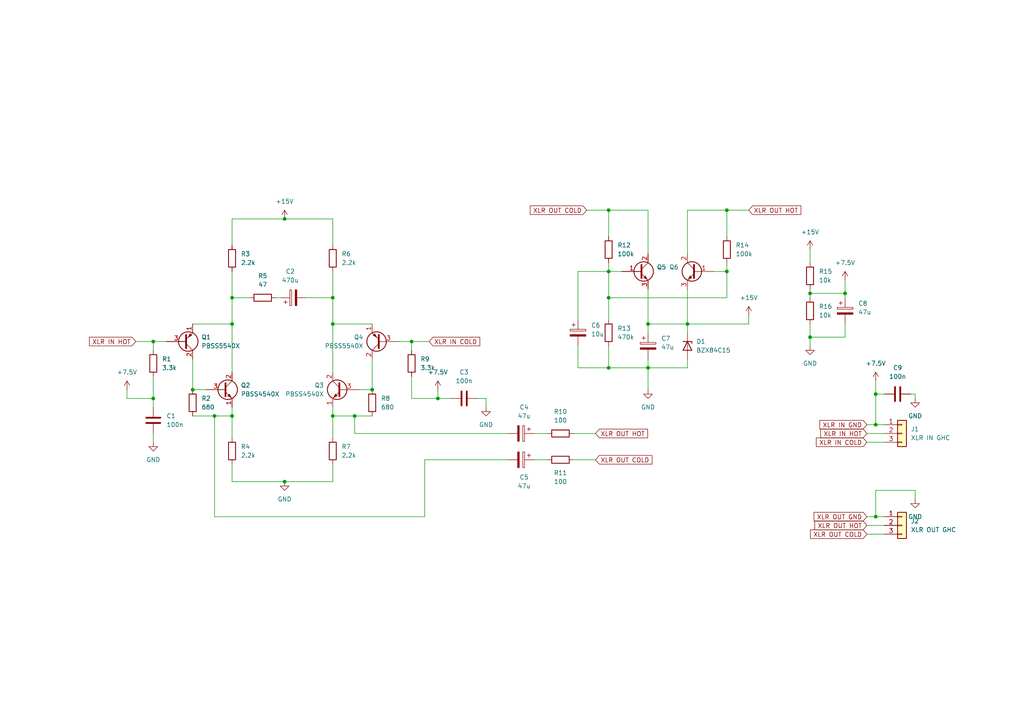
<source format=kicad_sch>
(kicad_sch (version 20211123) (generator eeschema)
  (paper "A4")
  (lib_symbols
    (symbol "Connector_Generic:Conn_01x03" (pin_names (offset 1.016) hide)
      (property "Reference" "J" (at 0 5.08 0))
      (property "Value" "Conn_01x03" (at 0 -5.08 0))
      (symbol "Conn_01x03_1_1"
        (rectangle (start -1.27 -2.413) (end 0 -2.667) (stroke (width 0.1524)))
        (rectangle (start -1.27 0.127) (end 0 -0.127) (stroke (width 0.1524)))
        (rectangle (start -1.27 2.667) (end 0 2.413) (stroke (width 0.1524)))
        (rectangle (start -1.27 3.81) (end 1.27 -3.81) (stroke (width 0.254)) (fill (type background)))
        (pin passive line (at -5.08 2.54 0) (length 3.81) (name "Pin_1") (number "1"))
        (pin passive line (at -5.08 0 0) (length 3.81) (name "Pin_2") (number "2"))
        (pin passive line (at -5.08 -2.54 0) (length 3.81) (name "Pin_3") (number "3"))
      )
    )
    (symbol "Device:C" (pin_numbers hide) (pin_names (offset 0.254))
      (property "Reference" "C" (at 0.635 2.54 0))
      (property "Value" "C" (at 0.635 -2.54 0))
      (symbol "C_0_1"
        (polyline (pts (xy -2.032 -0.762) (xy 2.032 -0.762)) (stroke (width 0.508)))
        (polyline (pts (xy -2.032 0.762) (xy 2.032 0.762)) (stroke (width 0.508)))
      )
      (symbol "C_1_1"
        (pin passive line (at 0 3.81 270) (length 2.794) (name "~") (number "1"))
        (pin passive line (at 0 -3.81 90) (length 2.794) (name "~") (number "2"))
      )
    )
    (symbol "Device:C_Polarized" (pin_numbers hide) (pin_names (offset 0.254))
      (property "Reference" "C" (at 0.635 2.54 0))
      (property "Value" "C_Polarized" (at 0.635 -2.54 0))
      (symbol "C_Polarized_0_1"
        (rectangle (start -2.286 0.508) (end 2.286 1.016))
        (polyline (pts (xy -1.778 2.286) (xy -0.762 2.286)))
        (polyline (pts (xy -1.27 2.794) (xy -1.27 1.778)))
        (rectangle (start 2.286 -0.508) (end -2.286 -1.016) (fill (type outline)))
      )
      (symbol "C_Polarized_1_1"
        (pin passive line (at 0 3.81 270) (length 2.794) (name "~") (number "1"))
        (pin passive line (at 0 -3.81 90) (length 2.794) (name "~") (number "2"))
      )
    )
    (symbol "Device:Q_NPN_BCE" (pin_names (offset 0) hide)
      (property "Reference" "Q?" (at 5.08 1.2701 0))
      (property "Value" "Q_NPN_BCE" (at 5.08 -1.2699 0))
      (symbol "Q_NPN_BCE_0_1"
        (polyline (pts (xy 0.635 0.635) (xy 2.54 2.54)))
        (polyline (pts (xy 0.635 -0.635) (xy 2.54 -2.54) (xy 2.54 -2.54)))
        (polyline (pts (xy 0.635 1.905) (xy 0.635 -1.905) (xy 0.635 -1.905)) (stroke (width 0.508)))
        (polyline (pts (xy 1.27 -1.778) (xy 1.778 -1.27) (xy 2.286 -2.286) (xy 1.27 -1.778) (xy 1.27 -1.778)) (fill (type outline)))
        (circle (center 1.27 0) (radius 2.8194) (stroke (width 0.254)))
      )
      (symbol "Q_NPN_BCE_1_1"
        (pin passive line (at 2.54 -5.08 90) (length 2.54) (name "E") (number "1"))
        (pin passive line (at 2.54 5.08 270) (length 2.54) (name "C") (number "2"))
        (pin input line (at -5.08 0 0) (length 5.715) (name "B") (number "3"))
      )
    )
    (symbol "Device:Q_PNP_ECB" (pin_names (offset 0) hide)
      (property "Reference" "Q" (at 5.08 1.27 0))
      (property "Value" "Q_PNP_ECB" (at 5.08 -1.27 0))
      (symbol "Q_PNP_ECB_0_1"
        (polyline (pts (xy 0.635 0.635) (xy 2.54 2.54)))
        (polyline (pts (xy 0.635 -0.635) (xy 2.54 -2.54) (xy 2.54 -2.54)))
        (polyline (pts (xy 0.635 1.905) (xy 0.635 -1.905) (xy 0.635 -1.905)) (stroke (width 0.508)))
        (polyline (pts (xy 2.286 -1.778) (xy 1.778 -2.286) (xy 1.27 -1.27) (xy 2.286 -1.778) (xy 2.286 -1.778)) (fill (type outline)))
        (circle (center 1.27 0) (radius 2.8194) (stroke (width 0.254)))
      )
      (symbol "Q_PNP_ECB_1_1"
        (pin passive line (at 2.54 -5.08 90) (length 2.54) (name "E") (number "1"))
        (pin passive line (at 2.54 5.08 270) (length 2.54) (name "C") (number "2"))
        (pin input line (at -5.08 0 0) (length 5.715) (name "B") (number "3"))
      )
    )
    (symbol "Device:R" (pin_numbers hide) (pin_names (offset 0))
      (property "Reference" "R" (at 2.032 0 90))
      (property "Value" "R" (at 0 0 90))
      (symbol "R_0_1"
        (rectangle (start -1.016 -2.54) (end 1.016 2.54) (stroke (width 0.254)))
      )
      (symbol "R_1_1"
        (pin passive line (at 0 3.81 270) (length 1.27) (name "~") (number "1"))
        (pin passive line (at 0 -3.81 90) (length 1.27) (name "~") (number "2"))
      )
    )
    (symbol "Diode:BZX84Cxx" (pin_numbers hide) (pin_names (offset 1.016) hide)
      (property "Reference" "D" (at 0 2.54 0))
      (property "Value" "BZX84Cxx" (at 0 -2.54 0))
      (symbol "BZX84Cxx_0_1"
        (polyline (pts (xy 1.27 0) (xy -1.27 0)))
        (polyline (pts (xy -1.27 -1.27) (xy -1.27 1.27) (xy -0.762 1.27)) (stroke (width 0.254)))
        (polyline (pts (xy 1.27 -1.27) (xy 1.27 1.27) (xy -1.27 0) (xy 1.27 -1.27)) (stroke (width 0.254)))
      )
      (symbol "BZX84Cxx_1_1"
        (pin passive line (at -3.81 0 0) (length 2.54) (name "K") (number "1"))
        (pin passive line (at 3.81 0 180) (length 2.54) (name "A") (number "2"))
      )
    )
    (symbol "Q_NPN_BCE_1" (pin_names (offset 0) hide)
      (property "Reference" "Q" (at 5.08 1.27 0))
      (property "Value" "Q_NPN_BCE_1" (at 5.08 -1.27 0))
      (symbol "Q_NPN_BCE_1_0_1"
        (polyline (pts (xy 0.635 0.635) (xy 2.54 2.54)))
        (polyline (pts (xy 0.635 -0.635) (xy 2.54 -2.54) (xy 2.54 -2.54)))
        (polyline (pts (xy 0.635 1.905) (xy 0.635 -1.905) (xy 0.635 -1.905)) (stroke (width 0.508)))
        (polyline (pts (xy 1.27 -1.778) (xy 1.778 -1.27) (xy 2.286 -2.286) (xy 1.27 -1.778) (xy 1.27 -1.778)) (fill (type outline)))
        (circle (center 1.27 0) (radius 2.8194) (stroke (width 0.254)))
      )
      (symbol "Q_NPN_BCE_1_1_1"
        (pin input line (at -5.08 0 0) (length 5.715) (name "B") (number "1"))
        (pin passive line (at 2.54 5.08 270) (length 2.54) (name "C") (number "2"))
        (pin passive line (at 2.54 -5.08 90) (length 2.54) (name "E") (number "3"))
      )
    )
    (symbol "power:+15V" (power) (pin_names (offset 0))
      (property "Value" "+15V" (at 0 3.556 0))
      (symbol "+15V_0_1"
        (polyline (pts (xy -0.762 1.27) (xy 0 2.54)))
        (polyline (pts (xy 0 0) (xy 0 2.54)))
        (polyline (pts (xy 0 2.54) (xy 0.762 1.27)))
      )
      (symbol "+15V_1_1"
        (pin power_in line (at 0 0 90) (length 0) hide (name "+15V") (number "1"))
      )
    )
    (symbol "power:+7.5V" (power) (pin_names (offset 0))
      (property "Value" "+7.5V" (at 0 3.556 0))
      (symbol "+7.5V_0_1"
        (polyline (pts (xy -0.762 1.27) (xy 0 2.54)))
        (polyline (pts (xy 0 0) (xy 0 2.54)))
        (polyline (pts (xy 0 2.54) (xy 0.762 1.27)))
      )
      (symbol "+7.5V_1_1"
        (pin power_in line (at 0 0 90) (length 0) hide (name "+7.5V") (number "1"))
      )
    )
    (symbol "power:GND" (power) (pin_names (offset 0))
      (property "Value" "GND" (at 0 -3.81 0))
      (symbol "GND_0_1"
        (polyline (pts (xy 0 0) (xy 0 -1.27) (xy 1.27 -1.27) (xy 0 -2.54) (xy -1.27 -1.27) (xy 0 -1.27)))
      )
      (symbol "GND_1_1"
        (pin power_in line (at 0 0 270) (length 0) hide (name "GND") (number "1"))
      )
    )
  )
  (junction (at 55.88 113.03))
  (junction (at 176.53 86.36))
  (junction (at 176.53 106.68))
  (junction (at 96.52 93.98))
  (junction (at 62.23 120.65))
  (junction (at 96.52 120.65))
  (junction (at 176.53 78.74))
  (junction (at 96.52 86.36))
  (junction (at 102.87 120.65))
  (junction (at 82.55 139.7))
  (junction (at 107.95 113.03))
  (junction (at 82.55 63.5))
  (junction (at 254 114.3))
  (junction (at 210.82 78.74))
  (junction (at 245.11 85.09))
  (junction (at 67.31 120.65))
  (junction (at 254 149.86))
  (junction (at 210.82 60.96))
  (junction (at 127 115.57))
  (junction (at 44.45 99.06))
  (junction (at 254 123.19))
  (junction (at 67.31 86.36))
  (junction (at 119.38 99.06))
  (junction (at 187.96 106.68))
  (junction (at 187.96 93.98))
  (junction (at 234.95 85.09))
  (junction (at 234.95 97.79))
  (junction (at 44.45 115.57))
  (junction (at 67.31 93.98))
  (junction (at 176.53 60.96))
  (junction (at 199.39 93.98))
  (wire (pts (xy 254 110.49) (xy 254 114.3)))
  (wire (pts (xy 138.43 115.57) (xy 140.97 115.57)))
  (wire (pts (xy 251.46 123.19) (xy 254 123.19)))
  (wire (pts (xy 187.96 106.68) (xy 187.96 113.03)))
  (wire (pts (xy 187.96 60.96) (xy 176.53 60.96)))
  (wire (pts (xy 251.46 154.94) (xy 256.54 154.94)))
  (wire (pts (xy 44.45 115.57) (xy 44.45 118.11)))
  (wire (pts (xy 245.11 85.09) (xy 245.11 86.36)))
  (wire (pts (xy 180.34 78.74) (xy 176.53 78.74)))
  (wire (pts (xy 234.95 93.98) (xy 234.95 97.79)))
  (wire (pts (xy 199.39 93.98) (xy 199.39 96.52)))
  (wire (pts (xy 96.52 93.98) (xy 96.52 107.95)))
  (wire (pts (xy 96.52 118.11) (xy 96.52 120.65)))
  (wire (pts (xy 67.31 63.5) (xy 82.55 63.5)))
  (wire (pts (xy 210.82 78.74) (xy 210.82 86.36)))
  (wire (pts (xy 115.57 99.06) (xy 119.38 99.06)))
  (wire (pts (xy 127 113.03) (xy 127 115.57)))
  (wire (pts (xy 67.31 120.65) (xy 62.23 120.65)))
  (wire (pts (xy 107.95 93.98) (xy 96.52 93.98)))
  (wire (pts (xy 55.88 104.14) (xy 55.88 113.03)))
  (wire (pts (xy 234.95 85.09) (xy 234.95 86.36)))
  (wire (pts (xy 176.53 86.36) (xy 176.53 92.71)))
  (wire (pts (xy 80.01 86.36) (xy 81.28 86.36)))
  (wire (pts (xy 67.31 86.36) (xy 67.31 93.98)))
  (wire (pts (xy 119.38 115.57) (xy 127 115.57)))
  (wire (pts (xy 245.11 93.98) (xy 245.11 97.79)))
  (wire (pts (xy 245.11 97.79) (xy 234.95 97.79)))
  (wire (pts (xy 123.19 133.35) (xy 147.32 133.35)))
  (wire (pts (xy 265.43 142.24) (xy 265.43 144.78)))
  (wire (pts (xy 96.52 63.5) (xy 82.55 63.5)))
  (wire (pts (xy 67.31 118.11) (xy 67.31 120.65)))
  (wire (pts (xy 167.64 106.68) (xy 176.53 106.68)))
  (wire (pts (xy 187.96 83.82) (xy 187.96 93.98)))
  (wire (pts (xy 166.37 125.73) (xy 172.72 125.73)))
  (wire (pts (xy 96.52 120.65) (xy 102.87 120.65)))
  (wire (pts (xy 147.32 125.73) (xy 102.87 125.73)))
  (wire (pts (xy 167.64 92.71) (xy 167.64 78.74)))
  (wire (pts (xy 254 123.19) (xy 256.54 123.19)))
  (wire (pts (xy 140.97 115.57) (xy 140.97 118.11)))
  (wire (pts (xy 176.53 60.96) (xy 176.53 68.58)))
  (wire (pts (xy 36.83 113.03) (xy 36.83 115.57)))
  (wire (pts (xy 166.37 133.35) (xy 172.72 133.35)))
  (wire (pts (xy 254 142.24) (xy 265.43 142.24)))
  (wire (pts (xy 67.31 78.74) (xy 67.31 86.36)))
  (wire (pts (xy 210.82 78.74) (xy 210.82 76.2)))
  (wire (pts (xy 176.53 78.74) (xy 176.53 76.2)))
  (wire (pts (xy 44.45 99.06) (xy 44.45 101.6)))
  (wire (pts (xy 96.52 78.74) (xy 96.52 86.36)))
  (wire (pts (xy 39.37 99.06) (xy 44.45 99.06)))
  (wire (pts (xy 96.52 120.65) (xy 96.52 127)))
  (wire (pts (xy 67.31 71.12) (xy 67.31 63.5)))
  (wire (pts (xy 187.96 73.66) (xy 187.96 60.96)))
  (wire (pts (xy 107.95 104.14) (xy 107.95 113.03)))
  (wire (pts (xy 251.46 125.73) (xy 256.54 125.73)))
  (wire (pts (xy 199.39 60.96) (xy 210.82 60.96)))
  (wire (pts (xy 154.94 133.35) (xy 158.75 133.35)))
  (wire (pts (xy 88.9 86.36) (xy 96.52 86.36)))
  (wire (pts (xy 167.64 100.33) (xy 167.64 106.68)))
  (wire (pts (xy 96.52 139.7) (xy 82.55 139.7)))
  (wire (pts (xy 176.53 86.36) (xy 210.82 86.36)))
  (wire (pts (xy 254 114.3) (xy 256.54 114.3)))
  (wire (pts (xy 96.52 86.36) (xy 96.52 93.98)))
  (wire (pts (xy 234.95 72.39) (xy 234.95 76.2)))
  (wire (pts (xy 234.95 97.79) (xy 234.95 100.33)))
  (wire (pts (xy 265.43 114.3) (xy 265.43 115.57)))
  (wire (pts (xy 234.95 85.09) (xy 245.11 85.09)))
  (wire (pts (xy 44.45 109.22) (xy 44.45 115.57)))
  (wire (pts (xy 251.46 152.4) (xy 256.54 152.4)))
  (wire (pts (xy 217.17 93.98) (xy 217.17 91.44)))
  (wire (pts (xy 104.14 113.03) (xy 107.95 113.03)))
  (wire (pts (xy 245.11 81.28) (xy 245.11 85.09)))
  (wire (pts (xy 62.23 120.65) (xy 62.23 149.86)))
  (wire (pts (xy 251.46 149.86) (xy 254 149.86)))
  (wire (pts (xy 154.94 125.73) (xy 158.75 125.73)))
  (wire (pts (xy 199.39 73.66) (xy 199.39 60.96)))
  (wire (pts (xy 254 149.86) (xy 256.54 149.86)))
  (wire (pts (xy 96.52 134.62) (xy 96.52 139.7)))
  (wire (pts (xy 55.88 113.03) (xy 59.69 113.03)))
  (wire (pts (xy 67.31 120.65) (xy 67.31 127)))
  (wire (pts (xy 102.87 120.65) (xy 107.95 120.65)))
  (wire (pts (xy 210.82 60.96) (xy 210.82 68.58)))
  (wire (pts (xy 62.23 120.65) (xy 55.88 120.65)))
  (wire (pts (xy 55.88 93.98) (xy 67.31 93.98)))
  (wire (pts (xy 210.82 60.96) (xy 217.17 60.96)))
  (wire (pts (xy 127 115.57) (xy 130.81 115.57)))
  (wire (pts (xy 62.23 149.86) (xy 123.19 149.86)))
  (wire (pts (xy 176.53 100.33) (xy 176.53 106.68)))
  (wire (pts (xy 199.39 106.68) (xy 199.39 104.14)))
  (wire (pts (xy 176.53 106.68) (xy 187.96 106.68)))
  (wire (pts (xy 176.53 78.74) (xy 176.53 86.36)))
  (wire (pts (xy 44.45 115.57) (xy 36.83 115.57)))
  (wire (pts (xy 119.38 99.06) (xy 119.38 101.6)))
  (wire (pts (xy 187.96 93.98) (xy 199.39 93.98)))
  (wire (pts (xy 119.38 99.06) (xy 124.46 99.06)))
  (wire (pts (xy 254 114.3) (xy 254 123.19)))
  (wire (pts (xy 234.95 83.82) (xy 234.95 85.09)))
  (wire (pts (xy 187.96 104.14) (xy 187.96 106.68)))
  (wire (pts (xy 170.18 60.96) (xy 176.53 60.96)))
  (wire (pts (xy 72.39 86.36) (xy 67.31 86.36)))
  (wire (pts (xy 67.31 139.7) (xy 82.55 139.7)))
  (wire (pts (xy 48.26 99.06) (xy 44.45 99.06)))
  (wire (pts (xy 187.96 93.98) (xy 187.96 96.52)))
  (wire (pts (xy 123.19 149.86) (xy 123.19 133.35)))
  (wire (pts (xy 119.38 109.22) (xy 119.38 115.57)))
  (wire (pts (xy 254 142.24) (xy 254 149.86)))
  (wire (pts (xy 251.46 128.27) (xy 256.54 128.27)))
  (wire (pts (xy 102.87 125.73) (xy 102.87 120.65)))
  (wire (pts (xy 264.16 114.3) (xy 265.43 114.3)))
  (wire (pts (xy 67.31 134.62) (xy 67.31 139.7)))
  (wire (pts (xy 96.52 71.12) (xy 96.52 63.5)))
  (wire (pts (xy 199.39 93.98) (xy 217.17 93.98)))
  (wire (pts (xy 67.31 93.98) (xy 67.31 107.95)))
  (wire (pts (xy 199.39 83.82) (xy 199.39 93.98)))
  (wire (pts (xy 44.45 125.73) (xy 44.45 128.27)))
  (wire (pts (xy 167.64 78.74) (xy 176.53 78.74)))
  (wire (pts (xy 207.01 78.74) (xy 210.82 78.74)))
  (wire (pts (xy 187.96 106.68) (xy 199.39 106.68)))
  (global_label "XLR IN COLD" (shape input) (at 251.46 128.27 180) (property "Intersheet References" "${INTERSHEET_REFS}" (effects hide)))
  (global_label "XLR OUT COLD" (shape input) (at 251.46 154.94 180) (property "Intersheet References" "${INTERSHEET_REFS}" (effects hide)))
  (global_label "XLR OUT HOT" (shape input) (at 217.17 60.96 0) (property "Intersheet References" "${INTERSHEET_REFS}" (effects hide)))
  (global_label "XLR OUT COLD" (shape input) (at 170.18 60.96 180) (property "Intersheet References" "${INTERSHEET_REFS}" (effects hide)))
  (global_label "XLR IN HOT" (shape input) (at 251.46 125.73 180) (property "Intersheet References" "${INTERSHEET_REFS}" (effects hide)))
  (global_label "XLR IN GND" (shape input) (at 251.46 123.19 180) (property "Intersheet References" "${INTERSHEET_REFS}" (effects hide)))
  (global_label "XLR IN COLD" (shape input) (at 124.46 99.06 0) (property "Intersheet References" "${INTERSHEET_REFS}" (effects hide)))
  (global_label "XLR OUT HOT" (shape input) (at 172.72 125.73 0) (property "Intersheet References" "${INTERSHEET_REFS}" (effects hide)))
  (global_label "XLR OUT HOT" (shape input) (at 251.46 152.4 180) (property "Intersheet References" "${INTERSHEET_REFS}" (effects hide)))
  (global_label "XLR OUT COLD" (shape input) (at 172.72 133.35 0) (property "Intersheet References" "${INTERSHEET_REFS}" (effects hide)))
  (global_label "XLR OUT GND" (shape input) (at 251.46 149.86 180) (property "Intersheet References" "${INTERSHEET_REFS}" (effects hide)))
  (global_label "XLR IN HOT" (shape input) (at 39.37 99.06 180) (property "Intersheet References" "${INTERSHEET_REFS}" (effects hide)))
  (symbol (lib_id "power:+15V") (at 82.55 63.5 0) (unit 1)
    (property "Reference" "#PWR03" (effects hide))
    (property "Value" "+15V" (at 82.55 58.42 0))
  )
  (symbol (lib_id "power:+7.5V") (at 36.83 113.03 0) (unit 1)
    (property "Reference" "#PWR01" (effects hide))
    (property "Value" "+7.5V" (at 36.83 107.95 0))
  )
  (symbol (lib_id "Device:R") (at 96.52 130.81 0) (unit 1)
    (property "Reference" "R7" (at 99.06 129.5399 0) (effects (justify left)))
    (property "Value" "2.2k" (at 99.06 132.0799 0) (effects (justify left)))
    (property "Footprint" "Resistor_SMD:R_0805_2012Metric_Pad1.20x1.40mm_HandSolder" (effects hide))
  )
  (symbol (lib_id "Device:R") (at 234.95 90.17 0) (unit 1)
    (property "Reference" "R16" (at 237.49 88.8999 0) (effects (justify left)))
    (property "Value" "10k" (at 237.49 91.4399 0) (effects (justify left)))
    (property "Footprint" "Resistor_SMD:R_MELF_MMB-0207" (effects hide))
  )
  (symbol (lib_id "Device:Q_NPN_BCE") (at 99.06 113.03 0) (mirror y) (unit 1)
    (property "Reference" "Q3" (at 93.98 111.7599 0) (effects (justify left)))
    (property "Value" "PBSS4540X" (at 93.98 114.2999 0) (effects (justify left)))
    (property "Footprint" "Package_TO_SOT_SMD:SOT-89-3_Handsoldering" (effects hide))
  )
  (symbol (lib_id "Device:C_Polarized") (at 245.11 90.17 0) (unit 1)
    (property "Reference" "C8" (at 248.92 88.0109 0) (effects (justify left)))
    (property "Value" "47u" (at 248.92 90.5509 0) (effects (justify left)))
    (property "Footprint" "Capacitor_SMD:CP_Elec_6.3x5.8" (effects hide))
  )
  (symbol (lib_id "Device:R") (at 44.45 105.41 0) (unit 1)
    (property "Reference" "R1" (at 46.99 104.1399 0) (effects (justify left)))
    (property "Value" "3.3k" (at 46.99 106.6799 0) (effects (justify left)))
    (property "Footprint" "Resistor_SMD:R_0805_2012Metric_Pad1.20x1.40mm_HandSolder" (effects hide))
  )
  (symbol (lib_id "Device:C") (at 44.45 121.92 0) (unit 1)
    (property "Reference" "C1" (at 48.26 120.6499 0) (effects (justify left)))
    (property "Value" "100n" (at 48.26 123.1899 0) (effects (justify left)))
    (property "Footprint" "Capacitor_SMD:C_0603_1608Metric_Pad1.08x0.95mm_HandSolder" (effects hide))
  )
  (symbol (lib_id "Device:C") (at 134.62 115.57 270) (unit 1)
    (property "Reference" "C3" (at 134.62 107.95 90))
    (property "Value" "100n" (at 134.62 110.49 90))
    (property "Footprint" "Capacitor_SMD:C_0603_1608Metric_Pad1.08x0.95mm_HandSolder" (effects hide))
  )
  (symbol (lib_id "power:GND") (at 44.45 128.27 0) (unit 1)
    (property "Reference" "#PWR02" (effects hide))
    (property "Value" "GND" (at 44.45 133.35 0))
  )
  (symbol (lib_id "power:+7.5V") (at 127 113.03 0) (unit 1)
    (property "Reference" "#PWR05" (effects hide))
    (property "Value" "+7.5V" (at 127 107.95 0))
  )
  (symbol (lib_id "power:GND") (at 187.96 113.03 0) (unit 1)
    (property "Reference" "#PWR07" (effects hide))
    (property "Value" "GND" (at 187.96 118.11 0))
  )
  (symbol (lib_id "Connector_Generic:Conn_01x03") (at 261.62 152.4 0) (unit 1)
    (property "Reference" "J2" (at 264.16 151.1299 0) (effects (justify left)))
    (property "Value" "XLR OUT GHC" (at 264.16 153.6699 0) (effects (justify left)))
    (property "Footprint" "Connector_PinHeader_2.54mm:PinHeader_1x03_P2.54mm_Vertical" (effects hide))
  )
  (symbol (lib_id "power:GND") (at 140.97 118.11 0) (unit 1)
    (property "Reference" "#PWR06" (effects hide))
    (property "Value" "GND" (at 140.97 123.19 0))
  )
  (symbol (lib_id "Device:C") (at 260.35 114.3 90) (unit 1)
    (property "Reference" "C9" (at 260.35 106.68 90))
    (property "Value" "100n" (at 260.35 109.22 90))
    (property "Footprint" "Capacitor_SMD:C_0603_1608Metric_Pad1.08x0.95mm_HandSolder" (effects hide))
  )
  (symbol (lib_id "Device:C_Polarized") (at 85.09 86.36 90) (unit 1)
    (property "Reference" "C2" (at 84.201 78.74 90))
    (property "Value" "470u" (at 84.201 81.28 90))
    (property "Footprint" "Capacitor_SMD:CP_Elec_10x10" (effects hide))
  )
  (symbol (lib_name "Q_NPN_BCE_1") (lib_id "Device:Q_NPN_BCE") (at 185.42 78.74 0) (unit 1)
    (property "Reference" "Q5" (at 190.5 77.4699 0) (effects (justify left)))
    (property "Value" "MMBT3904" (effects hide))
    (property "Footprint" "SOT-23_Handsoldering" (effects hide))
  )
  (symbol (lib_id "power:+7.5V") (at 245.11 81.28 0) (unit 1)
    (property "Reference" "#PWR011" (effects hide))
    (property "Value" "+7.5V" (at 245.11 76.2 0))
  )
  (symbol (lib_id "Device:Q_NPN_BCE") (at 64.77 113.03 0) (unit 1)
    (property "Reference" "Q2" (at 69.85 111.7599 0) (effects (justify left)))
    (property "Value" "PBSS4540X" (at 69.85 114.2999 0) (effects (justify left)))
    (property "Footprint" "Package_TO_SOT_SMD:SOT-89-3_Handsoldering" (effects hide))
  )
  (symbol (lib_id "power:GND") (at 82.55 139.7 0) (unit 1)
    (property "Reference" "#PWR04" (effects hide))
    (property "Value" "GND" (at 82.55 144.78 0))
  )
  (symbol (lib_id "Device:R") (at 107.95 116.84 0) (unit 1)
    (property "Reference" "R8" (at 110.49 115.5699 0) (effects (justify left)))
    (property "Value" "680" (at 110.49 118.1099 0) (effects (justify left)))
    (property "Footprint" "Resistor_SMD:R_MELF_MMB-0207" (effects hide))
  )
  (symbol (lib_id "Device:R") (at 76.2 86.36 90) (unit 1)
    (property "Reference" "R5" (at 76.2 80.01 90))
    (property "Value" "47" (at 76.2 82.55 90))
    (property "Footprint" "Resistor_SMD:R_0805_2012Metric_Pad1.20x1.40mm_HandSolder" (effects hide))
  )
  (symbol (lib_id "Device:C_Polarized") (at 151.13 133.35 270) (unit 1)
    (property "Reference" "C5" (at 152.019 138.43 90))
    (property "Value" "47u" (at 152.019 140.97 90))
    (property "Footprint" "Capacitor_SMD:CP_Elec_6.3x5.8" (effects hide))
  )
  (symbol (lib_id "power:+7.5V") (at 254 110.49 0) (unit 1)
    (property "Reference" "#PWR012" (effects hide))
    (property "Value" "+7.5V" (at 254 105.41 0))
  )
  (symbol (lib_id "Device:R") (at 210.82 72.39 0) (unit 1)
    (property "Reference" "R14" (at 213.36 71.1199 0) (effects (justify left)))
    (property "Value" "100k" (at 213.36 73.6599 0) (effects (justify left)))
    (property "Footprint" "Resistor_SMD:R_MELF_MMB-0207" (effects hide))
  )
  (symbol (lib_id "Device:R") (at 176.53 72.39 0) (unit 1)
    (property "Reference" "R12" (at 179.07 71.1199 0) (effects (justify left)))
    (property "Value" "100k" (at 179.07 73.6599 0) (effects (justify left)))
    (property "Footprint" "Resistor_SMD:R_MELF_MMB-0207" (effects hide))
  )
  (symbol (lib_name "Q_NPN_BCE_1") (lib_id "Device:Q_NPN_BCE") (at 201.93 78.74 0) (mirror y) (unit 1)
    (property "Reference" "Q6" (at 196.85 77.4699 0) (effects (justify left)))
    (property "Value" "MMBT3904" (effects hide))
    (property "Footprint" "SOT-23_Handsoldering" (effects hide))
  )
  (symbol (lib_id "Device:R") (at 162.56 133.35 90) (unit 1)
    (property "Reference" "R11" (at 162.56 137.16 90))
    (property "Value" "100" (at 162.56 139.7 90))
    (property "Footprint" "Resistor_SMD:R_0805_2012Metric_Pad1.20x1.40mm_HandSolder" (effects hide))
  )
  (symbol (lib_id "Device:R") (at 67.31 130.81 0) (unit 1)
    (property "Reference" "R4" (at 69.85 129.5399 0) (effects (justify left)))
    (property "Value" "2.2k" (at 69.85 132.0799 0) (effects (justify left)))
    (property "Footprint" "Resistor_SMD:R_0805_2012Metric_Pad1.20x1.40mm_HandSolder" (effects hide))
  )
  (symbol (lib_id "Device:R") (at 67.31 74.93 0) (unit 1)
    (property "Reference" "R3" (at 69.85 73.6599 0) (effects (justify left)))
    (property "Value" "2.2k" (at 69.85 76.1999 0) (effects (justify left)))
    (property "Footprint" "Resistor_SMD:R_0805_2012Metric_Pad1.20x1.40mm_HandSolder" (effects hide))
  )
  (symbol (lib_id "Device:C_Polarized") (at 187.96 100.33 0) (unit 1)
    (property "Reference" "C7" (at 191.77 98.1709 0) (effects (justify left)))
    (property "Value" "47u" (at 191.77 100.7109 0) (effects (justify left)))
    (property "Footprint" "Capacitor_SMD:CP_Elec_6.3x5.8" (effects hide))
  )
  (symbol (lib_id "power:+15V") (at 217.17 91.44 0) (unit 1)
    (property "Reference" "#PWR08" (effects hide))
    (property "Value" "+15V" (at 217.17 86.36 0))
  )
  (symbol (lib_id "Device:R") (at 234.95 80.01 0) (unit 1)
    (property "Reference" "R15" (at 237.49 78.7399 0) (effects (justify left)))
    (property "Value" "10k" (at 237.49 81.2799 0) (effects (justify left)))
    (property "Footprint" "Resistor_SMD:R_MELF_MMB-0207" (effects hide))
  )
  (symbol (lib_id "power:GND") (at 234.95 100.33 0) (unit 1)
    (property "Reference" "#PWR010" (effects hide))
    (property "Value" "GND" (at 234.95 105.41 0))
  )
  (symbol (lib_id "power:+15V") (at 234.95 72.39 0) (unit 1)
    (property "Reference" "#PWR09" (effects hide))
    (property "Value" "+15V" (at 234.95 67.31 0))
  )
  (symbol (lib_id "Device:C_Polarized") (at 151.13 125.73 270) (unit 1)
    (property "Reference" "C4" (at 152.019 118.11 90))
    (property "Value" "47u" (at 152.019 120.65 90))
    (property "Footprint" "Capacitor_SMD:CP_Elec_6.3x5.8" (effects hide))
  )
  (symbol (lib_id "Connector_Generic:Conn_01x03") (at 261.62 125.73 0) (unit 1)
    (property "Reference" "J1" (at 264.16 124.4599 0) (effects (justify left)))
    (property "Value" "XLR IN GHC" (at 264.16 126.9999 0) (effects (justify left)))
    (property "Footprint" "Connector_PinHeader_2.54mm:PinHeader_1x03_P2.54mm_Vertical" (effects hide))
  )
  (symbol (lib_id "Device:R") (at 119.38 105.41 0) (unit 1)
    (property "Reference" "R9" (at 121.92 104.1399 0) (effects (justify left)))
    (property "Value" "3.3k" (at 121.92 106.6799 0) (effects (justify left)))
    (property "Footprint" "Resistor_SMD:R_0805_2012Metric_Pad1.20x1.40mm_HandSolder" (effects hide))
  )
  (symbol (lib_id "Device:R") (at 96.52 74.93 0) (unit 1)
    (property "Reference" "R6" (at 99.06 73.6599 0) (effects (justify left)))
    (property "Value" "2.2k" (at 99.06 76.1999 0) (effects (justify left)))
    (property "Footprint" "Resistor_SMD:R_0805_2012Metric_Pad1.20x1.40mm_HandSolder" (effects hide))
  )
  (symbol (lib_id "power:GND") (at 265.43 144.78 0) (unit 1)
    (property "Reference" "#PWR015" (effects hide))
    (property "Value" "GND" (at 265.43 149.86 0))
  )
  (symbol (lib_id "Device:Q_PNP_ECB") (at 110.49 99.06 180) (unit 1)
    (property "Reference" "Q4" (at 105.41 97.7899 0) (effects (justify left)))
    (property "Value" "PBSS5540X" (at 105.41 100.3299 0) (effects (justify left)))
    (property "Footprint" "Package_TO_SOT_SMD:SOT-89-3_Handsoldering" (effects hide))
  )
  (symbol (lib_id "Device:R") (at 176.53 96.52 0) (unit 1)
    (property "Reference" "R13" (at 179.07 95.2499 0) (effects (justify left)))
    (property "Value" "470k" (at 179.07 97.7899 0) (effects (justify left)))
    (property "Footprint" "Resistor_SMD:R_MELF_MMB-0207" (effects hide))
  )
  (symbol (lib_id "power:GND") (at 265.43 115.57 0) (unit 1)
    (property "Reference" "#PWR014" (effects hide))
    (property "Value" "GND" (at 265.43 120.65 0))
  )
  (symbol (lib_id "Device:R") (at 162.56 125.73 90) (unit 1)
    (property "Reference" "R10" (at 162.56 119.38 90))
    (property "Value" "100" (at 162.56 121.92 90))
    (property "Footprint" "Resistor_SMD:R_0805_2012Metric_Pad1.20x1.40mm_HandSolder" (effects hide))
  )
  (symbol (lib_id "Diode:BZX84Cxx") (at 199.39 100.33 270) (unit 1)
    (property "Reference" "D1" (at 201.93 99.0599 90) (effects (justify left)))
    (property "Value" "BZX84C15" (at 201.93 101.5999 90) (effects (justify left)))
    (property "Footprint" "Diode_SMD:D_SOT-23_ANK" (effects hide))
    (property "Datasheet" "https://diotec.com/tl_files/diotec/files/pdf/datasheets/bzx84c2v4.pdf" (effects hide))
  )
  (symbol (lib_id "Device:Q_PNP_ECB") (at 53.34 99.06 0) (mirror x) (unit 1)
    (property "Reference" "Q1" (at 58.42 97.7899 0) (effects (justify left)))
    (property "Value" "PBSS5540X" (at 58.42 100.3299 0) (effects (justify left)))
    (property "Footprint" "Package_TO_SOT_SMD:SOT-89-3_Handsoldering" (effects hide))
  )
  (symbol (lib_id "Device:R") (at 55.88 116.84 0) (unit 1)
    (property "Reference" "R2" (at 58.42 115.5699 0) (effects (justify left)))
    (property "Value" "680" (at 58.42 118.1099 0) (effects (justify left)))
    (property "Footprint" "Resistor_SMD:R_MELF_MMB-0207" (effects hide))
  )
  (symbol (lib_id "Device:C_Polarized") (at 167.64 96.52 0) (unit 1)
    (property "Reference" "C6" (at 171.45 94.3609 0) (effects (justify left)))
    (property "Value" "10u" (at 171.45 96.9009 0) (effects (justify left)))
    (property "Footprint" "Capacitor_SMD:CP_Elec_4x5.7" (effects hide))
  )
)
</source>
